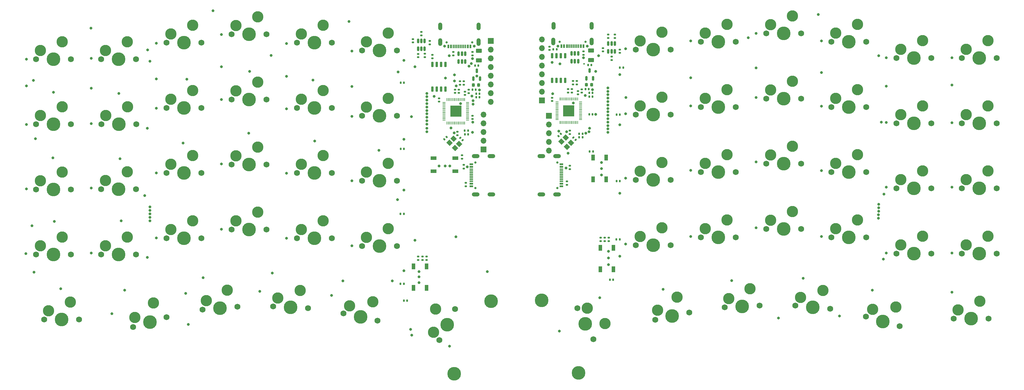
<source format=gbr>
%TF.GenerationSoftware,KiCad,Pcbnew,7.0.8*%
%TF.CreationDate,2024-10-02T10:44:01+02:00*%
%TF.ProjectId,chastity,63686173-7469-4747-992e-6b696361645f,rev?*%
%TF.SameCoordinates,Original*%
%TF.FileFunction,Soldermask,Top*%
%TF.FilePolarity,Negative*%
%FSLAX46Y46*%
G04 Gerber Fmt 4.6, Leading zero omitted, Abs format (unit mm)*
G04 Created by KiCad (PCBNEW 7.0.8) date 2024-10-02 10:44:01*
%MOMM*%
%LPD*%
G01*
G04 APERTURE LIST*
G04 Aperture macros list*
%AMRoundRect*
0 Rectangle with rounded corners*
0 $1 Rounding radius*
0 $2 $3 $4 $5 $6 $7 $8 $9 X,Y pos of 4 corners*
0 Add a 4 corners polygon primitive as box body*
4,1,4,$2,$3,$4,$5,$6,$7,$8,$9,$2,$3,0*
0 Add four circle primitives for the rounded corners*
1,1,$1+$1,$2,$3*
1,1,$1+$1,$4,$5*
1,1,$1+$1,$6,$7*
1,1,$1+$1,$8,$9*
0 Add four rect primitives between the rounded corners*
20,1,$1+$1,$2,$3,$4,$5,0*
20,1,$1+$1,$4,$5,$6,$7,0*
20,1,$1+$1,$6,$7,$8,$9,0*
20,1,$1+$1,$8,$9,$2,$3,0*%
%AMRotRect*
0 Rectangle, with rotation*
0 The origin of the aperture is its center*
0 $1 length*
0 $2 width*
0 $3 Rotation angle, in degrees counterclockwise*
0 Add horizontal line*
21,1,$1,$2,0,0,$3*%
G04 Aperture macros list end*
%ADD10RoundRect,0.250000X-0.625000X0.375000X-0.625000X-0.375000X0.625000X-0.375000X0.625000X0.375000X0*%
%ADD11RoundRect,0.140000X-0.140000X-0.170000X0.140000X-0.170000X0.140000X0.170000X-0.140000X0.170000X0*%
%ADD12RoundRect,0.135000X0.185000X-0.135000X0.185000X0.135000X-0.185000X0.135000X-0.185000X-0.135000X0*%
%ADD13RoundRect,0.140000X0.140000X0.170000X-0.140000X0.170000X-0.140000X-0.170000X0.140000X-0.170000X0*%
%ADD14RoundRect,0.140000X0.170000X-0.140000X0.170000X0.140000X-0.170000X0.140000X-0.170000X-0.140000X0*%
%ADD15R,3.200000X3.200000*%
%ADD16RoundRect,0.050000X-0.050000X-0.387500X0.050000X-0.387500X0.050000X0.387500X-0.050000X0.387500X0*%
%ADD17RoundRect,0.050000X-0.387500X-0.050000X0.387500X-0.050000X0.387500X0.050000X-0.387500X0.050000X0*%
%ADD18RoundRect,0.135000X-0.185000X0.135000X-0.185000X-0.135000X0.185000X-0.135000X0.185000X0.135000X0*%
%ADD19C,0.650000*%
%ADD20R,1.100000X0.540000*%
%ADD21R,1.100000X0.300000*%
%ADD22O,2.250000X1.200000*%
%ADD23O,1.200000X2.250000*%
%ADD24R,0.540000X1.100000*%
%ADD25R,0.300000X1.100000*%
%ADD26RoundRect,0.150000X0.150000X-0.650000X0.150000X0.650000X-0.150000X0.650000X-0.150000X-0.650000X0*%
%ADD27R,1.000000X1.700000*%
%ADD28RoundRect,0.140000X-0.021213X0.219203X-0.219203X0.021213X0.021213X-0.219203X0.219203X-0.021213X0*%
%ADD29RoundRect,0.135000X0.135000X0.185000X-0.135000X0.185000X-0.135000X-0.185000X0.135000X-0.185000X0*%
%ADD30RoundRect,0.150000X-0.150000X0.512500X-0.150000X-0.512500X0.150000X-0.512500X0.150000X0.512500X0*%
%ADD31RoundRect,0.140000X-0.170000X0.140000X-0.170000X-0.140000X0.170000X-0.140000X0.170000X0.140000X0*%
%ADD32RoundRect,0.225000X0.225000X0.250000X-0.225000X0.250000X-0.225000X-0.250000X0.225000X-0.250000X0*%
%ADD33RoundRect,0.150000X0.150000X-0.512500X0.150000X0.512500X-0.150000X0.512500X-0.150000X-0.512500X0*%
%ADD34R,1.700000X1.000000*%
%ADD35RoundRect,0.140000X0.219203X0.021213X0.021213X0.219203X-0.219203X-0.021213X-0.021213X-0.219203X0*%
%ADD36RotRect,1.400000X1.200000X135.000000*%
%ADD37C,3.987800*%
%ADD38C,1.750000*%
%ADD39C,3.300000*%
%ADD40R,1.700000X1.700000*%
%ADD41O,1.700000X1.700000*%
%ADD42C,0.800000*%
%ADD43C,0.500000*%
G04 APERTURE END LIST*
D10*
%TO.C,F1*%
X92091764Y125945000D03*
X92091764Y128745000D03*
%TD*%
D11*
%TO.C,C45*%
X70271764Y100110302D03*
X69311764Y100110302D03*
%TD*%
D12*
%TO.C,R18*%
X119530067Y118972118D03*
X119530067Y119992118D03*
%TD*%
D13*
%TO.C,C32*%
X124897560Y124575540D03*
X123937560Y124575540D03*
%TD*%
D14*
%TO.C,C31*%
X112662918Y128999888D03*
X112662918Y129959888D03*
%TD*%
D11*
%TO.C,C18*%
X88969775Y105452286D03*
X88009775Y105452286D03*
%TD*%
D10*
%TO.C,F2*%
X124780764Y128882118D03*
X124780764Y126082118D03*
%TD*%
D12*
%TO.C,R10*%
X87178681Y98255000D03*
X87178681Y97235000D03*
%TD*%
D15*
%TO.C,U3*%
X85400099Y111116140D03*
D16*
X82800099Y114553640D03*
X83200099Y114553640D03*
X83600099Y114553640D03*
X84000099Y114553640D03*
X84400099Y114553640D03*
X84800099Y114553640D03*
X85200099Y114553640D03*
X85600099Y114553640D03*
X86000099Y114553640D03*
X86400099Y114553640D03*
X86800099Y114553640D03*
X87200099Y114553640D03*
X87600099Y114553640D03*
X88000099Y114553640D03*
D17*
X88837599Y113716140D03*
X88837599Y113316140D03*
X88837599Y112916140D03*
X88837599Y112516140D03*
X88837599Y112116140D03*
X88837599Y111716140D03*
X88837599Y111316140D03*
X88837599Y110916140D03*
X88837599Y110516140D03*
X88837599Y110116140D03*
X88837599Y109716140D03*
X88837599Y109316140D03*
X88837599Y108916140D03*
X88837599Y108516140D03*
D16*
X88000099Y107678640D03*
X87600099Y107678640D03*
X87200099Y107678640D03*
X86800099Y107678640D03*
X86400099Y107678640D03*
X86000099Y107678640D03*
X85600099Y107678640D03*
X85200099Y107678640D03*
X84800099Y107678640D03*
X84400099Y107678640D03*
X84000099Y107678640D03*
X83600099Y107678640D03*
X83200099Y107678640D03*
X82800099Y107678640D03*
D17*
X81962599Y108516140D03*
X81962599Y108916140D03*
X81962599Y109316140D03*
X81962599Y109716140D03*
X81962599Y110116140D03*
X81962599Y110516140D03*
X81962599Y110916140D03*
X81962599Y111316140D03*
X81962599Y111716140D03*
X81962599Y112116140D03*
X81962599Y112516140D03*
X81962599Y112916140D03*
X81962599Y113316140D03*
X81962599Y113716140D03*
%TD*%
D18*
%TO.C,R27*%
X128780764Y74255000D03*
X128780764Y73235000D03*
%TD*%
D12*
%TO.C,R6*%
X87691764Y119855000D03*
X87691764Y118835000D03*
%TD*%
D19*
%TO.C,SPLIT_R1*%
X114971764Y96192805D03*
X114971764Y88692805D03*
D20*
X116171764Y95642805D03*
X116171764Y94892805D03*
D21*
X116171764Y93692805D03*
X116171764Y92692805D03*
X116171764Y92192805D03*
X116171764Y91192805D03*
D20*
X116171764Y89992805D03*
X116171764Y89242805D03*
X116171764Y89242805D03*
X116171764Y89992805D03*
D21*
X116171764Y90692805D03*
X116171764Y91692805D03*
X116171764Y93192805D03*
X116171764Y94192805D03*
D20*
X116171764Y94892805D03*
X116171764Y95642805D03*
D22*
X110291764Y98037805D03*
X114891764Y98017805D03*
X110291764Y86887805D03*
X114891764Y86867805D03*
%TD*%
D11*
%TO.C,C41*%
X70247728Y81167508D03*
X69287728Y81167508D03*
%TD*%
D23*
%TO.C,J1*%
X80875621Y131307621D03*
X80895621Y135907621D03*
X92025621Y131307621D03*
X92045621Y135907621D03*
D24*
X89650621Y130027621D03*
X88900621Y130027621D03*
D25*
X88200621Y130027621D03*
X87200621Y130027621D03*
X85700621Y130027621D03*
X84700621Y130027621D03*
D24*
X84000621Y130027621D03*
X83250621Y130027621D03*
X83250621Y130027621D03*
X84000621Y130027621D03*
D25*
X85200621Y130027621D03*
X86200621Y130027621D03*
X86700621Y130027621D03*
X87700621Y130027621D03*
D24*
X88900621Y130027621D03*
X89650621Y130027621D03*
D19*
X82700621Y131227621D03*
X90200621Y131227621D03*
%TD*%
D26*
%TO.C,U1*%
X78586764Y124745000D03*
X79856764Y124745000D03*
X81126764Y124745000D03*
X82396764Y124745000D03*
X82396764Y117545000D03*
X81126764Y117545000D03*
X79856764Y117545000D03*
X78586764Y117545000D03*
%TD*%
D12*
%TO.C,R12*%
X74391764Y68755000D03*
X74391764Y67735000D03*
%TD*%
D18*
%TO.C,R16*%
X117803279Y90692214D03*
X117803279Y89672214D03*
%TD*%
D14*
%TO.C,C17*%
X85205628Y117425000D03*
X85205628Y116465000D03*
%TD*%
%TO.C,C10*%
X89193640Y117396716D03*
X89193640Y116436716D03*
%TD*%
D27*
%TO.C,BOOT2*%
X131280764Y71295000D03*
X131280764Y64995000D03*
X127480764Y71295000D03*
X127480764Y64995000D03*
%TD*%
D28*
%TO.C,C36*%
X115956025Y104515440D03*
X115277203Y103836618D03*
%TD*%
D29*
%TO.C,R23*%
X125404071Y99368926D03*
X124384071Y99368926D03*
%TD*%
D11*
%TO.C,C48*%
X130300764Y61945000D03*
X131260764Y61945000D03*
%TD*%
D18*
%TO.C,R9*%
X76346638Y126864986D03*
X76346638Y127884986D03*
%TD*%
%TO.C,R22*%
X122580764Y128554609D03*
X122580764Y127534609D03*
%TD*%
D12*
%TO.C,R26*%
X127580764Y73235000D03*
X127580764Y74255000D03*
%TD*%
D30*
%TO.C,U7*%
X131730764Y130882500D03*
X130780764Y130882500D03*
X129830764Y130882500D03*
X129830764Y128607500D03*
X130780764Y128607500D03*
X131730764Y128607500D03*
%TD*%
D11*
%TO.C,C43*%
X70236956Y60738731D03*
X69276956Y60738731D03*
%TD*%
D28*
%TO.C,C5*%
X82052353Y102905589D03*
X82731175Y103584411D03*
%TD*%
D31*
%TO.C,C8*%
X74412587Y126857504D03*
X74412587Y127817504D03*
%TD*%
D32*
%TO.C,C20*%
X124992560Y118882118D03*
X123442560Y118882118D03*
%TD*%
D33*
%TO.C,U4*%
X91491764Y122882500D03*
X92441764Y120607500D03*
X90541764Y120607500D03*
%TD*%
%TO.C,U9*%
X123467560Y120744618D03*
X125367560Y120744618D03*
X124417560Y123019618D03*
%TD*%
D11*
%TO.C,C46*%
X132182234Y73750530D03*
X133142234Y73750530D03*
%TD*%
%TO.C,C42*%
X132220764Y110145000D03*
X133180764Y110145000D03*
%TD*%
D31*
%TO.C,C4*%
X72891764Y131185642D03*
X72891764Y132145642D03*
%TD*%
D11*
%TO.C,C24*%
X124282009Y115382294D03*
X125242009Y115382294D03*
%TD*%
%TO.C,C25*%
X121361054Y103493392D03*
X122321054Y103493392D03*
%TD*%
D22*
%TO.C,SPLIT_L1*%
X91191764Y98015000D03*
X95791764Y97995000D03*
X91191764Y86865000D03*
X95791764Y86845000D03*
D20*
X89911764Y89240000D03*
X89911764Y89990000D03*
D21*
X89911764Y90690000D03*
X89911764Y91690000D03*
X89911764Y93190000D03*
X89911764Y94190000D03*
D20*
X89911764Y94890000D03*
X89911764Y95640000D03*
X89911764Y95640000D03*
X89911764Y94890000D03*
D21*
X89911764Y93690000D03*
X89911764Y92690000D03*
X89911764Y92190000D03*
X89911764Y91190000D03*
D20*
X89911764Y89990000D03*
X89911764Y89240000D03*
D19*
X91111764Y96190000D03*
X91111764Y88690000D03*
%TD*%
D11*
%TO.C,C26*%
X124300764Y110259545D03*
X125260764Y110259545D03*
%TD*%
%TO.C,C14*%
X88971764Y104345000D03*
X88011764Y104345000D03*
%TD*%
D14*
%TO.C,C30*%
X120981310Y116023597D03*
X120981310Y116983597D03*
%TD*%
D33*
%TO.C,U12*%
X119141152Y125744618D03*
X120091152Y125744618D03*
X121041152Y125744618D03*
X121041152Y128019618D03*
X120091152Y128019618D03*
X119141152Y128019618D03*
%TD*%
D11*
%TO.C,C11*%
X92300550Y116245558D03*
X91340550Y116245558D03*
%TD*%
D18*
%TO.C,R3*%
X77777553Y130599625D03*
X77777553Y131619625D03*
%TD*%
D31*
%TO.C,C15*%
X90291764Y108865000D03*
X90291764Y109825000D03*
%TD*%
D14*
%TO.C,C27*%
X119183461Y116601816D03*
X119183461Y117561816D03*
%TD*%
D34*
%TO.C,RST1*%
X85241764Y93645000D03*
X78941764Y93645000D03*
X85241764Y97445000D03*
X78941764Y97445000D03*
%TD*%
D13*
%TO.C,C1*%
X91011764Y124438422D03*
X91971764Y124438422D03*
%TD*%
D12*
%TO.C,R8*%
X75382478Y134250834D03*
X75382478Y133230834D03*
%TD*%
%TO.C,R4*%
X86604271Y119855000D03*
X86604271Y118835000D03*
%TD*%
D31*
%TO.C,R20*%
X130780764Y127027064D03*
X130780764Y126067064D03*
%TD*%
D19*
%TO.C,J4*%
X123151032Y131356728D03*
X115651032Y131356728D03*
D24*
X122601032Y130156728D03*
X121851032Y130156728D03*
D25*
X120651032Y130156728D03*
X119651032Y130156728D03*
X119151032Y130156728D03*
X118151032Y130156728D03*
D24*
X116951032Y130156728D03*
X116201032Y130156728D03*
X116201032Y130156728D03*
X116951032Y130156728D03*
D25*
X117651032Y130156728D03*
X118651032Y130156728D03*
X120151032Y130156728D03*
X121151032Y130156728D03*
D24*
X121851032Y130156728D03*
X122601032Y130156728D03*
D23*
X124996032Y136036728D03*
X124976032Y131436728D03*
X113846032Y136036728D03*
X113826032Y131436728D03*
%TD*%
D35*
%TO.C,C37*%
X120272027Y102740590D03*
X119593205Y103419412D03*
%TD*%
D31*
%TO.C,C34*%
X133191930Y129112784D03*
X133191930Y128152784D03*
%TD*%
D13*
%TO.C,C33*%
X124131661Y117560152D03*
X123171661Y117560152D03*
%TD*%
D14*
%TO.C,R21*%
X129815844Y132504589D03*
X129815844Y133464589D03*
%TD*%
D18*
%TO.C,R14*%
X76879228Y67746337D03*
X76879228Y68766337D03*
%TD*%
D12*
%TO.C,R15*%
X118580764Y94235000D03*
X118580764Y95255000D03*
%TD*%
D13*
%TO.C,C47*%
X70244471Y55875831D03*
X71204471Y55875831D03*
%TD*%
D11*
%TO.C,C29*%
X121346585Y104585836D03*
X122306585Y104585836D03*
%TD*%
D14*
%TO.C,C21*%
X122118607Y116573532D03*
X122118607Y117533532D03*
%TD*%
D18*
%TO.C,R25*%
X118580764Y105455000D03*
X118580764Y104435000D03*
%TD*%
D12*
%TO.C,R2*%
X87689743Y95447264D03*
X87689743Y94427264D03*
%TD*%
D33*
%TO.C,U2*%
X86215356Y127882500D03*
X87165356Y127882500D03*
X88115356Y127882500D03*
X88115356Y125607500D03*
X87165356Y125607500D03*
X86215356Y125607500D03*
%TD*%
%TO.C,U5*%
X74409989Y131662412D03*
X75359989Y131662412D03*
X76309989Y131662412D03*
X76309989Y129387412D03*
X75359989Y129387412D03*
X74409989Y129387412D03*
%TD*%
D31*
%TO.C,R17*%
X128271012Y129558607D03*
X128271012Y128598607D03*
%TD*%
D32*
%TO.C,C9*%
X90516764Y118745000D03*
X92066764Y118745000D03*
%TD*%
D13*
%TO.C,C2*%
X90245865Y117423034D03*
X91205865Y117423034D03*
%TD*%
D17*
%TO.C,U10*%
X114878129Y113858355D03*
X114878129Y113458355D03*
X114878129Y113058355D03*
X114878129Y112658355D03*
X114878129Y112258355D03*
X114878129Y111858355D03*
X114878129Y111458355D03*
X114878129Y111058355D03*
X114878129Y110658355D03*
X114878129Y110258355D03*
X114878129Y109858355D03*
X114878129Y109458355D03*
X114878129Y109058355D03*
X114878129Y108658355D03*
D16*
X115715629Y107820855D03*
X116115629Y107820855D03*
X116515629Y107820855D03*
X116915629Y107820855D03*
X117315629Y107820855D03*
X117715629Y107820855D03*
X118115629Y107820855D03*
X118515629Y107820855D03*
X118915629Y107820855D03*
X119315629Y107820855D03*
X119715629Y107820855D03*
X120115629Y107820855D03*
X120515629Y107820855D03*
X120915629Y107820855D03*
D17*
X121753129Y108658355D03*
X121753129Y109058355D03*
X121753129Y109458355D03*
X121753129Y109858355D03*
X121753129Y110258355D03*
X121753129Y110658355D03*
X121753129Y111058355D03*
X121753129Y111458355D03*
X121753129Y111858355D03*
X121753129Y112258355D03*
X121753129Y112658355D03*
X121753129Y113058355D03*
X121753129Y113458355D03*
X121753129Y113858355D03*
D16*
X120915629Y114695855D03*
X120515629Y114695855D03*
X120115629Y114695855D03*
X119715629Y114695855D03*
X119315629Y114695855D03*
X118915629Y114695855D03*
X118515629Y114695855D03*
X118115629Y114695855D03*
X117715629Y114695855D03*
X117315629Y114695855D03*
X116915629Y114695855D03*
X116515629Y114695855D03*
X116115629Y114695855D03*
X115715629Y114695855D03*
D15*
X118315629Y111258355D03*
%TD*%
D36*
%TO.C,Y1*%
X85134397Y100384072D03*
X83578762Y101939707D03*
X84780843Y103141788D03*
X86336478Y101586153D03*
%TD*%
D35*
%TO.C,C7*%
X86735578Y103368584D03*
X87414400Y102689762D03*
%TD*%
D13*
%TO.C,C40*%
X134156985Y123878281D03*
X133196985Y123878281D03*
%TD*%
D18*
%TO.C,R1*%
X88291764Y89235000D03*
X88291764Y90255000D03*
%TD*%
D27*
%TO.C,BOOT1*%
X76891764Y65895000D03*
X76891764Y59595000D03*
X73091764Y65895000D03*
X73091764Y59595000D03*
%TD*%
D18*
%TO.C,R28*%
X129980764Y74255000D03*
X129980764Y73235000D03*
%TD*%
D14*
%TO.C,C23*%
X113476366Y114093807D03*
X113476366Y115053807D03*
%TD*%
%TO.C,C16*%
X86258494Y117425000D03*
X86258494Y116465000D03*
%TD*%
%TO.C,C3*%
X78595535Y127547637D03*
X78595535Y126587637D03*
%TD*%
D18*
%TO.C,R11*%
X85894533Y104156806D03*
X85894533Y105176806D03*
%TD*%
%TO.C,R5*%
X90293266Y127390546D03*
X90293266Y128410546D03*
%TD*%
D11*
%TO.C,C39*%
X70271764Y119445000D03*
X69311764Y119445000D03*
%TD*%
D29*
%TO.C,R24*%
X114844091Y129218496D03*
X113824091Y129218496D03*
%TD*%
D14*
%TO.C,C19*%
X88056343Y116846781D03*
X88056343Y115886781D03*
%TD*%
D37*
%TO.C,S31*%
X110381181Y55963660D03*
X121191830Y34746567D03*
%TD*%
D14*
%TO.C,C38*%
X131727709Y132516448D03*
X131727709Y133476448D03*
%TD*%
D11*
%TO.C,C44*%
X132220764Y90745000D03*
X133180764Y90745000D03*
%TD*%
%TO.C,C22*%
X124274338Y116487036D03*
X125234338Y116487036D03*
%TD*%
D26*
%TO.C,U8*%
X113475764Y120145000D03*
X114745764Y120145000D03*
X116015764Y120145000D03*
X117285764Y120145000D03*
X117285764Y127345000D03*
X116015764Y127345000D03*
X114745764Y127345000D03*
X113475764Y127345000D03*
%TD*%
D37*
%TO.C,S1*%
X95702347Y55705855D03*
X84891698Y34488762D03*
%TD*%
D27*
%TO.C,RST2*%
X129206298Y97588826D03*
X129206298Y91288826D03*
X125406298Y97588826D03*
X125406298Y91288826D03*
%TD*%
D18*
%TO.C,R13*%
X75651158Y67732538D03*
X75651158Y68752538D03*
%TD*%
D11*
%TO.C,C13*%
X92316904Y115174382D03*
X91356904Y115174382D03*
%TD*%
D12*
%TO.C,R19*%
X120630067Y118962118D03*
X120630067Y119982118D03*
%TD*%
D36*
%TO.C,Y2*%
X118959701Y101904798D03*
X117404066Y103460433D03*
X116201985Y102258352D03*
X117757620Y100702717D03*
%TD*%
D18*
%TO.C,R7*%
X84691764Y127435000D03*
X84691764Y128455000D03*
%TD*%
D14*
%TO.C,C12*%
X80551399Y114916991D03*
X80551399Y113956991D03*
%TD*%
%TO.C,C28*%
X118130595Y116601816D03*
X118130595Y117561816D03*
%TD*%
D38*
%TO.C,MX51*%
X185971764Y76802805D03*
D37*
X180891764Y76802805D03*
D38*
X175811764Y76802805D03*
D39*
X177081764Y79342805D03*
X183431764Y81882805D03*
%TD*%
%TO.C,MX6*%
X65731764Y133925000D03*
X59381764Y131385000D03*
D38*
X58111764Y128845000D03*
D37*
X63191764Y128845000D03*
D38*
X68271764Y128845000D03*
%TD*%
D40*
%TO.C,J5*%
X112480764Y109825000D03*
D41*
X112480764Y107285000D03*
X112480764Y104745000D03*
X112480764Y102205000D03*
X112480764Y99665000D03*
%TD*%
D40*
%TO.C,J6*%
X110480764Y114245000D03*
D41*
X110480764Y116785000D03*
X110480764Y119325000D03*
X110480764Y121865000D03*
X110480764Y124405000D03*
X110480764Y126945000D03*
X110480764Y129485000D03*
X110480764Y132025000D03*
%TD*%
D39*
%TO.C,MX22*%
X27681764Y81675000D03*
X21331764Y79135000D03*
D38*
X20061764Y76595000D03*
D37*
X25141764Y76595000D03*
D38*
X30221764Y76595000D03*
%TD*%
%TO.C,MX37*%
X147971764Y110102805D03*
D37*
X142891764Y110102805D03*
D38*
X137811764Y110102805D03*
D39*
X139081764Y112642805D03*
X145431764Y115182805D03*
%TD*%
D38*
%TO.C,MX38*%
X166971764Y112352805D03*
D37*
X161891764Y112352805D03*
D38*
X156811764Y112352805D03*
D39*
X158081764Y114892805D03*
X164431764Y117432805D03*
%TD*%
D38*
%TO.C,MX58*%
X194452433Y53510054D03*
D37*
X189391764Y53952805D03*
D38*
X184331095Y54395556D03*
D39*
X185817638Y56815203D03*
X192364850Y58792098D03*
%TD*%
D38*
%TO.C,MX54*%
X242971764Y69602805D03*
D37*
X237891764Y69602805D03*
D38*
X232811764Y69602805D03*
D39*
X234081764Y72142805D03*
X240431764Y74682805D03*
%TD*%
D38*
%TO.C,MX42*%
X242971764Y107602805D03*
D37*
X237891764Y107602805D03*
D38*
X232811764Y107602805D03*
D39*
X234081764Y110142805D03*
X240431764Y112682805D03*
%TD*%
%TO.C,MX8*%
X-10268236Y112425000D03*
X-16618236Y109885000D03*
D38*
X-17888236Y107345000D03*
D37*
X-12808236Y107345000D03*
D38*
X-7728236Y107345000D03*
%TD*%
%TO.C,MX48*%
X242971764Y88602805D03*
D37*
X237891764Y88602805D03*
D38*
X232811764Y88602805D03*
D39*
X234081764Y91142805D03*
X240431764Y93682805D03*
%TD*%
D38*
%TO.C,MX55*%
X125448036Y44576492D03*
D37*
X123141764Y49102805D03*
D38*
X120835492Y53629118D03*
D39*
X123675217Y53650676D03*
X128821213Y49145920D03*
%TD*%
%TO.C,MX24*%
X65681764Y76875000D03*
X59331764Y74335000D03*
D38*
X58061764Y71795000D03*
D37*
X63141764Y71795000D03*
D38*
X68221764Y71795000D03*
%TD*%
%TO.C,MX33*%
X185971764Y133802805D03*
D37*
X180891764Y133802805D03*
D38*
X175811764Y133802805D03*
D39*
X177081764Y136342805D03*
X183431764Y138882805D03*
%TD*%
%TO.C,MX19*%
X-29268236Y74425000D03*
X-35618236Y71885000D03*
D38*
X-36888236Y69345000D03*
D37*
X-31808236Y69345000D03*
D38*
X-26728236Y69345000D03*
%TD*%
D39*
%TO.C,MX29*%
X61182450Y55535894D03*
X54443117Y54371638D03*
D38*
X52672774Y52151191D03*
D37*
X57641764Y51095000D03*
D38*
X62610754Y50038809D03*
%TD*%
%TO.C,MX40*%
X204971764Y112352805D03*
D37*
X199891764Y112352805D03*
D38*
X194811764Y112352805D03*
D39*
X196081764Y114892805D03*
X202431764Y117432805D03*
%TD*%
%TO.C,MX2*%
X-10318236Y131425000D03*
X-16668236Y128885000D03*
D38*
X-17938236Y126345000D03*
D37*
X-12858236Y126345000D03*
D38*
X-7778236Y126345000D03*
%TD*%
%TO.C,MX50*%
X166971764Y74352805D03*
D37*
X161891764Y74352805D03*
D38*
X156811764Y74352805D03*
D39*
X158081764Y76892805D03*
X164431764Y79432805D03*
%TD*%
D38*
%TO.C,MX52*%
X204971764Y74352805D03*
D37*
X199891764Y74352805D03*
D38*
X194811764Y74352805D03*
D39*
X196081764Y76892805D03*
X202431764Y79432805D03*
%TD*%
%TO.C,MX14*%
X-10288236Y93435000D03*
X-16638236Y90895000D03*
D38*
X-17908236Y88355000D03*
D37*
X-12828236Y88355000D03*
D38*
X-7748236Y88355000D03*
%TD*%
D39*
%TO.C,MX13*%
X-29288236Y93405000D03*
X-35638236Y90865000D03*
D38*
X-36908236Y88325000D03*
D37*
X-31828236Y88325000D03*
D38*
X-26748236Y88325000D03*
%TD*%
D39*
%TO.C,MX20*%
X-10318236Y74425000D03*
X-16668236Y71885000D03*
D38*
X-17938236Y69345000D03*
D37*
X-12858236Y69345000D03*
D38*
X-7778236Y69345000D03*
%TD*%
%TO.C,MX32*%
X166971764Y131352805D03*
D37*
X161891764Y131352805D03*
D38*
X156811764Y131352805D03*
D39*
X158081764Y133892805D03*
X164431764Y136432805D03*
%TD*%
%TO.C,MX16*%
X27711764Y100645000D03*
X21361764Y98105000D03*
D38*
X20091764Y95565000D03*
D37*
X25171764Y95565000D03*
D38*
X30251764Y95565000D03*
%TD*%
%TO.C,MX43*%
X147971764Y91102805D03*
D37*
X142891764Y91102805D03*
D38*
X137811764Y91102805D03*
D39*
X139081764Y93642805D03*
X145431764Y96182805D03*
%TD*%
D38*
%TO.C,MX59*%
X214674973Y48402567D03*
D37*
X209791764Y49802805D03*
D38*
X204908555Y51203043D03*
D39*
X206829476Y53294588D03*
X213633606Y53985896D03*
%TD*%
D38*
%TO.C,MX35*%
X223971764Y126602805D03*
D37*
X218891764Y126602805D03*
D38*
X213811764Y126602805D03*
D39*
X215081764Y129142805D03*
X221431764Y131682805D03*
%TD*%
D38*
%TO.C,MX31*%
X147971764Y129102805D03*
D37*
X142891764Y129102805D03*
D38*
X137811764Y129102805D03*
D39*
X139081764Y131642805D03*
X145431764Y134182805D03*
%TD*%
%TO.C,MX5*%
X46731764Y136185000D03*
X40381764Y133645000D03*
D38*
X39111764Y131105000D03*
D37*
X44191764Y131105000D03*
D38*
X49271764Y131105000D03*
%TD*%
D39*
%TO.C,MX28*%
X40044150Y58835105D03*
X33569919Y56630919D03*
D38*
X32168726Y54160867D03*
D37*
X37241764Y53895000D03*
D38*
X42314802Y53629133D03*
%TD*%
D39*
%TO.C,MX17*%
X46711764Y98175000D03*
X40361764Y95635000D03*
D38*
X39091764Y93095000D03*
D37*
X44171764Y93095000D03*
D38*
X49251764Y93095000D03*
%TD*%
%TO.C,MX47*%
X223971764Y88602805D03*
D37*
X218891764Y88602805D03*
D38*
X213811764Y88602805D03*
D39*
X215081764Y91142805D03*
X221431764Y93682805D03*
%TD*%
%TO.C,MX1*%
X-29318236Y131425000D03*
X-35668236Y128885000D03*
D38*
X-36938236Y126345000D03*
D37*
X-31858236Y126345000D03*
D38*
X-26778236Y126345000D03*
%TD*%
%TO.C,MX44*%
X166971764Y93352805D03*
D37*
X161891764Y93352805D03*
D38*
X156811764Y93352805D03*
D39*
X158081764Y95892805D03*
X164431764Y98432805D03*
%TD*%
D41*
%TO.C,J2*%
X93491764Y110105000D03*
X93491764Y107565000D03*
X93491764Y105025000D03*
X93491764Y102485000D03*
D40*
X93491764Y99945000D03*
%TD*%
D38*
%TO.C,MX57*%
X173914802Y54418672D03*
D37*
X168841764Y54152805D03*
D38*
X163768726Y53886938D03*
D39*
X164904052Y56489924D03*
X171112416Y59358776D03*
%TD*%
D41*
%TO.C,J3*%
X95591764Y113865000D03*
X95591764Y116405000D03*
X95591764Y118945000D03*
X95591764Y121485000D03*
X95591764Y124025000D03*
X95591764Y126565000D03*
X95591764Y129105000D03*
D40*
X95591764Y131645000D03*
%TD*%
D39*
%TO.C,MX15*%
X8711764Y98215000D03*
X2361764Y95675000D03*
D38*
X1091764Y93135000D03*
D37*
X6171764Y93135000D03*
D38*
X11251764Y93135000D03*
%TD*%
D39*
%TO.C,MX18*%
X65711764Y95905000D03*
X59361764Y93365000D03*
D38*
X58091764Y90825000D03*
D37*
X63171764Y90825000D03*
D38*
X68251764Y90825000D03*
%TD*%
%TO.C,MX45*%
X185971764Y95802805D03*
D37*
X180891764Y95802805D03*
D38*
X175811764Y95802805D03*
D39*
X177081764Y98342805D03*
X183431764Y100882805D03*
%TD*%
D38*
%TO.C,MX53*%
X223971764Y69602805D03*
D37*
X218891764Y69602805D03*
D38*
X213811764Y69602805D03*
D39*
X215081764Y72142805D03*
X221431764Y74682805D03*
%TD*%
%TO.C,MX9*%
X8681764Y117155000D03*
X2331764Y114615000D03*
D38*
X1061764Y112075000D03*
D37*
X6141764Y112075000D03*
D38*
X11221764Y112075000D03*
%TD*%
%TO.C,MX46*%
X204971764Y93352805D03*
D37*
X199891764Y93352805D03*
D38*
X194811764Y93352805D03*
D39*
X196081764Y95892805D03*
X202431764Y98432805D03*
%TD*%
%TO.C,MX12*%
X65711764Y114875000D03*
X59361764Y112335000D03*
D38*
X58091764Y109795000D03*
D37*
X63171764Y109795000D03*
D38*
X68251764Y109795000D03*
%TD*%
D39*
%TO.C,MX26*%
X-2716869Y55178328D03*
X-8120762Y50986426D03*
D38*
X-8641445Y48194762D03*
D37*
X-3758236Y49595000D03*
D38*
X1124973Y50995238D03*
%TD*%
%TO.C,MX41*%
X223971764Y107602805D03*
D37*
X218891764Y107602805D03*
D38*
X213811764Y107602805D03*
D39*
X215081764Y110142805D03*
X221431764Y112682805D03*
%TD*%
%TO.C,MX11*%
X46761764Y117195000D03*
X40411764Y114655000D03*
D38*
X39141764Y112115000D03*
D37*
X44221764Y112115000D03*
D38*
X49301764Y112115000D03*
%TD*%
D39*
%TO.C,MX30*%
X79518587Y53414428D03*
X78898904Y46603401D03*
D38*
X80585492Y44318687D03*
D37*
X82891764Y48845000D03*
D38*
X85198036Y53371313D03*
%TD*%
%TO.C,MX49*%
X147971764Y72052805D03*
D37*
X142891764Y72052805D03*
D38*
X137811764Y72052805D03*
D39*
X139081764Y74592805D03*
X145431764Y77132805D03*
%TD*%
D38*
%TO.C,MX36*%
X242971764Y126602805D03*
D37*
X237891764Y126602805D03*
D38*
X232811764Y126602805D03*
D39*
X234081764Y129142805D03*
X240431764Y131682805D03*
%TD*%
%TO.C,MX21*%
X8731764Y79125000D03*
X2381764Y76585000D03*
D38*
X1111764Y74045000D03*
D37*
X6191764Y74045000D03*
D38*
X11271764Y74045000D03*
%TD*%
%TO.C,MX60*%
X240621764Y50602805D03*
D37*
X235541764Y50602805D03*
D38*
X230461764Y50602805D03*
D39*
X231731764Y53142805D03*
X238081764Y55682805D03*
%TD*%
%TO.C,MX4*%
X27681764Y138625000D03*
X21331764Y136085000D03*
D38*
X20061764Y133545000D03*
D37*
X25141764Y133545000D03*
D38*
X30221764Y133545000D03*
%TD*%
%TO.C,MX56*%
X153410754Y52408996D03*
D37*
X148441764Y51352805D03*
D38*
X143472774Y50296614D03*
D39*
X144186926Y53045156D03*
X149870068Y56849891D03*
%TD*%
%TO.C,MX10*%
X27681764Y119625000D03*
X21331764Y117085000D03*
D38*
X20061764Y114545000D03*
D37*
X25141764Y114545000D03*
D38*
X30221764Y114545000D03*
%TD*%
%TO.C,MX34*%
X204971764Y131352805D03*
D37*
X199891764Y131352805D03*
D38*
X194811764Y131352805D03*
D39*
X196081764Y133892805D03*
X202431764Y136432805D03*
%TD*%
%TO.C,MX7*%
X-29318236Y112425000D03*
X-35668236Y109885000D03*
D38*
X-36938236Y107345000D03*
D37*
X-31858236Y107345000D03*
D38*
X-26778236Y107345000D03*
%TD*%
D39*
%TO.C,MX3*%
X8681764Y136175000D03*
X2331764Y133635000D03*
D38*
X1061764Y131095000D03*
D37*
X6141764Y131095000D03*
D38*
X11221764Y131095000D03*
%TD*%
D39*
%TO.C,MX27*%
X18779347Y58927045D03*
X12674887Y55843271D03*
D38*
X11631095Y53202249D03*
D37*
X16691764Y53645000D03*
D38*
X21752433Y54087751D03*
%TD*%
%TO.C,MX39*%
X185971764Y114802805D03*
D37*
X180891764Y114802805D03*
D38*
X175811764Y114802805D03*
D39*
X177081764Y117342805D03*
X183431764Y119882805D03*
%TD*%
%TO.C,MX25*%
X-26918236Y55425000D03*
X-33268236Y52885000D03*
D38*
X-34538236Y50345000D03*
D37*
X-29458236Y50345000D03*
D38*
X-24378236Y50345000D03*
%TD*%
D39*
%TO.C,MX23*%
X46731764Y79175000D03*
X40381764Y76635000D03*
D38*
X39111764Y74095000D03*
D37*
X44191764Y74095000D03*
D38*
X49271764Y74095000D03*
%TD*%
D42*
X74641764Y64345000D03*
X127880764Y94345000D03*
X68391764Y85345000D03*
X179380764Y50745000D03*
X-4398236Y129035000D03*
X68591764Y122545000D03*
X54291764Y137345000D03*
X52491764Y61645000D03*
X90291764Y104945000D03*
X90303390Y107955920D03*
X44291764Y102445000D03*
X90791764Y130073764D03*
X5891764Y101845000D03*
X31891764Y63945000D03*
X115106032Y130156728D03*
X62991764Y99745000D03*
X94591764Y64345000D03*
X73491764Y124145000D03*
X82396764Y120802239D03*
X-31808236Y116645000D03*
X86400099Y110113140D03*
X-12108236Y79145000D03*
X85441764Y74495000D03*
X74641764Y62820000D03*
X117659380Y105099502D03*
D43*
X122780764Y124945000D03*
D42*
X80491764Y95145000D03*
X-20908236Y135385000D03*
X123684304Y130145000D03*
X31591764Y127445000D03*
X190980764Y139345000D03*
X84991264Y121751892D03*
X122580764Y126694500D03*
X-31608236Y78945000D03*
X89891764Y125045500D03*
X86400099Y112113140D03*
X82291764Y95145000D03*
X90291927Y126460730D03*
X115380764Y105345000D03*
X25291764Y122745000D03*
X92317298Y117358641D03*
X25091764Y104745000D03*
X84991264Y119945000D03*
X113651695Y116207566D03*
X-32008236Y97545000D03*
X127880764Y96195000D03*
X84400099Y112113140D03*
X6991764Y120445000D03*
X73491764Y73445000D03*
X129848959Y66320634D03*
X-12808236Y116345000D03*
X79070355Y115467283D03*
X72491764Y109545000D03*
X83991764Y106245000D03*
X-11108236Y58945000D03*
X-12408236Y97245000D03*
X43791764Y120245000D03*
X127880764Y92495000D03*
X14651764Y140465000D03*
X84400099Y110113140D03*
X129880764Y68345000D03*
X83691764Y95145000D03*
X126180764Y110259545D03*
X11791764Y62545000D03*
X74641764Y61145000D03*
X84957620Y104762930D03*
X66891764Y61645000D03*
X125256206Y117414273D03*
X85400099Y111113140D03*
X-29708236Y59345000D03*
X85491764Y118545000D03*
X82091764Y130145000D03*
X170580764Y132545000D03*
X129880764Y70254214D03*
X113461477Y125360503D03*
X90091764Y115545000D03*
X123085000Y115751006D03*
X83591764Y42545000D03*
X70248014Y125988750D03*
X70248014Y64545000D03*
X72191764Y47445000D03*
X70248014Y88145000D03*
X70248014Y102945000D03*
X133191930Y121820500D03*
X115580764Y46945000D03*
X133191930Y68805214D03*
X133191930Y107145000D03*
X133216844Y87169914D03*
X76991264Y109345994D03*
X-3746668Y83167707D03*
X-3758236Y125695000D03*
X-37708236Y120145000D03*
X-37108236Y103145000D03*
X-37508236Y64145000D03*
X-38138236Y77745000D03*
X-39741678Y118545000D03*
X-39908236Y69545000D03*
X76991264Y115345000D03*
X-39741678Y126283076D03*
X-39741678Y88483076D03*
X-39741678Y107283076D03*
X-14808236Y52045000D03*
X76991264Y114345497D03*
X-20808236Y107545000D03*
X-20808236Y126545000D03*
X-20808236Y117870500D03*
X-20808236Y69745000D03*
X-20808236Y88745000D03*
X6691764Y57945000D03*
X76991264Y113345994D03*
X-1890937Y120537701D03*
X-1898236Y130955000D03*
X-1898236Y93155000D03*
X-1898236Y111955000D03*
X-1898236Y74155000D03*
X17101764Y133505000D03*
X17101764Y114505000D03*
X76991264Y112346491D03*
X17101764Y124070500D03*
X17101764Y76705000D03*
X17101764Y95705000D03*
X28244130Y58597366D03*
X36101764Y130855000D03*
X49191764Y57345000D03*
X36101764Y74055000D03*
X76991264Y111345000D03*
X36101764Y93055000D03*
X36101764Y121345000D03*
X36101764Y111855000D03*
X55091764Y71845000D03*
X55091764Y118345000D03*
X55091764Y109645000D03*
X55091764Y128645000D03*
X55091764Y90845000D03*
X72591764Y45745000D03*
X76991264Y110345497D03*
X134923632Y115136968D03*
X127380764Y56745000D03*
X134895418Y110359606D03*
X129681264Y109945497D03*
X134895418Y91559606D03*
X134895418Y129359606D03*
X134895418Y72345000D03*
X153863963Y131661615D03*
X153863963Y93861615D03*
X153863963Y112661615D03*
X153876589Y120907039D03*
X145780764Y59145000D03*
X153863963Y74545000D03*
X129681264Y110945000D03*
X172879556Y123746402D03*
X172865432Y77145000D03*
X172865432Y96297725D03*
X172865432Y133860332D03*
X165780764Y61745000D03*
X129681264Y111944503D03*
X172865432Y115097725D03*
X191909333Y93812617D03*
X186580764Y62345000D03*
X191909333Y122370500D03*
X191909333Y131612617D03*
X191909333Y112612617D03*
X191909333Y74545000D03*
X129681264Y112944006D03*
X210859097Y69745000D03*
X210853016Y118448150D03*
X210859097Y126745000D03*
X129681264Y113943509D03*
X210859097Y89005601D03*
X210859097Y107805601D03*
X206780764Y58945000D03*
X229980764Y88945000D03*
X229980764Y126745000D03*
X229955463Y118745500D03*
X229980764Y69745000D03*
X129681264Y114943012D03*
X229980764Y58345000D03*
X229955463Y107745000D03*
X-3746988Y79145000D03*
X7491764Y48945000D03*
X76991264Y105145000D03*
X208554713Y79918949D03*
X197180764Y51345000D03*
X129681264Y104947982D03*
X-4471988Y68481247D03*
X76991264Y106145000D03*
X-3746433Y80144502D03*
X209980764Y67945000D03*
X208551337Y80946925D03*
X129681264Y105947485D03*
X-5232736Y86545000D03*
X76991264Y107345000D03*
X-3746508Y81144004D03*
X208580764Y81945994D03*
X129681264Y106946988D03*
X210159597Y86945000D03*
X-3746110Y82168205D03*
X76991264Y108345000D03*
X-4508236Y106123611D03*
X208580764Y82945497D03*
X209380764Y107945000D03*
X129681264Y107946491D03*
X208593665Y83957194D03*
X208580764Y127345000D03*
X129681264Y108945994D03*
X90407034Y113217164D03*
X129681264Y117945000D03*
X90403239Y114222900D03*
X129681264Y116945000D03*
X118080420Y98846032D03*
X117487392Y94545000D03*
X88738875Y94914500D03*
X89241564Y124286392D03*
X127019000Y127306764D03*
X91491764Y121435858D03*
X83491764Y127345000D03*
X124180764Y105145000D03*
X123264748Y104745099D03*
X124380764Y106145000D03*
X126180764Y122745000D03*
X115780764Y124945000D03*
X76991264Y116344503D03*
X129681264Y115942515D03*
X119642075Y113521722D03*
X86797143Y113370547D03*
M02*

</source>
